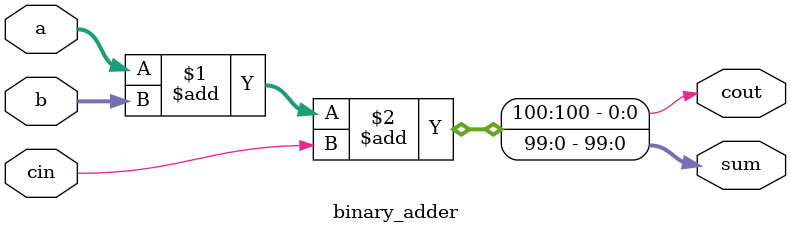
<source format=v>
module binary_adder (
	input [99:0] a,
	input [99:0] b,
	input cin,
	output cout,
	output [99:0] sum
);
	assign {cout, sum} = a+b+cin;
endmodule

</source>
